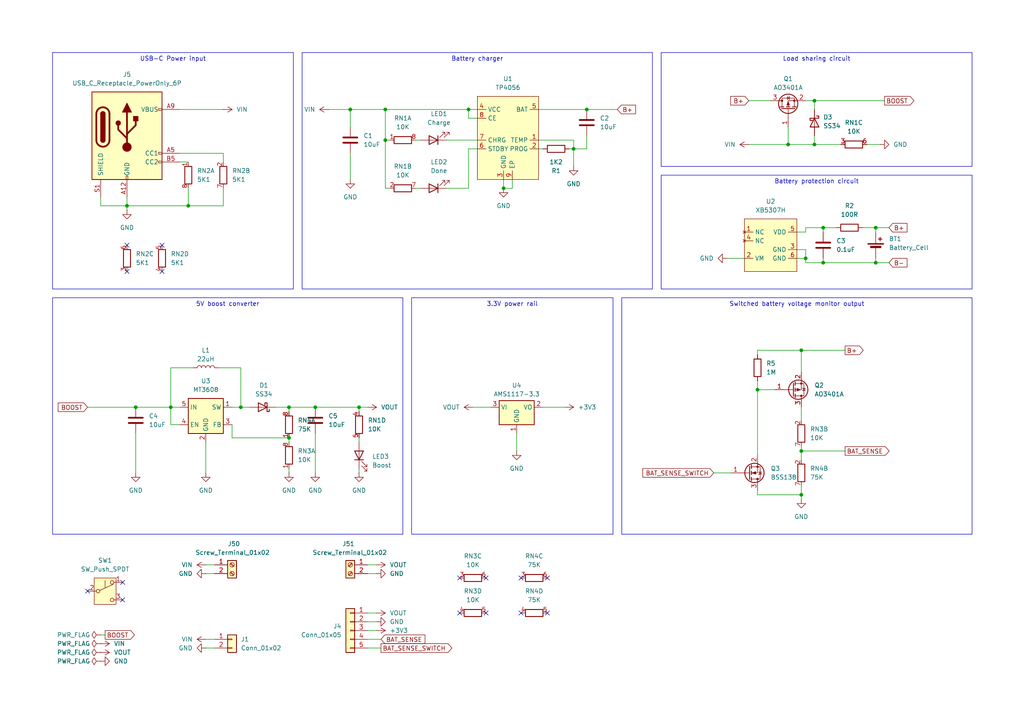
<source format=kicad_sch>
(kicad_sch (version 20231120) (generator "eeschema") (generator_version "8.0")
  (paper "A4")
  (lib_symbols
    (symbol "Connector:Screw_Terminal_01x02" (pin_names (offset 1.016) hide)
      (property "Reference" "J" (at 0 2.54 0))
      (property "Value" "Screw_Terminal_01x02" (at 0 -5.08 0))
      (symbol "Screw_Terminal_01x02_1_1"
        (pin passive line (at -5.08 0 0) (length 3.81) (name "Pin_1") (number "1"))
        (pin passive line (at -5.08 -2.54 0) (length 3.81) (name "Pin_2") (number "2"))
      )
    )
    (symbol "Connector:USB_C_Receptacle_PowerOnly_6P" (pin_names (offset 1.016))
      (property "Reference" "J" (at 0 16.51 0))
      (property "Value" "USB_C_Receptacle_PowerOnly_6P" (at 0 13.97 0))
      (symbol "USB_C_Receptacle_PowerOnly_6P_1_1"
        (pin passive line (at 0 -17.78 90) (length 5.08) (name "GND") (number "A12"))
        (pin bidirectional line (at 15.24 -5.08 180) (length 5.08) (name "CC1") (number "A5"))
        (pin passive line (at 15.24 7.62 180) (length 5.08) (name "VBUS") (number "A9"))
        (pin passive line (at 0 -17.78 90) (length 5.08) hide (name "GND") (number "B12"))
        (pin bidirectional line (at 15.24 -7.62 180) (length 5.08) (name "CC2") (number "B5"))
        (pin passive line (at 15.24 7.62 180) (length 5.08) hide (name "VBUS") (number "B9"))
        (pin passive line (at -7.62 -17.78 90) (length 5.08) (name "SHIELD") (number "S1"))
      )
    )
    (symbol "Connector_Generic:Conn_01x02" (pin_names (offset 1.016) hide)
      (property "Reference" "J" (at 0 2.54 0))
      (property "Value" "Conn_01x02" (at 0 -5.08 0))
      (symbol "Conn_01x02_1_1"
        (pin passive line (at -5.08 0 0) (length 3.81) (name "Pin_1") (number "1"))
        (pin passive line (at -5.08 -2.54 0) (length 3.81) (name "Pin_2") (number "2"))
      )
    )
    (symbol "Connector_Generic:Conn_01x05" (pin_names (offset 1.016) hide)
      (property "Reference" "J" (at 0 7.62 0))
      (property "Value" "Conn_01x05" (at 0 -7.62 0))
      (symbol "Conn_01x05_1_1"
        (pin passive line (at -5.08 5.08 0) (length 3.81) (name "Pin_1") (number "1"))
        (pin passive line (at -5.08 2.54 0) (length 3.81) (name "Pin_2") (number "2"))
        (pin passive line (at -5.08 0 0) (length 3.81) (name "Pin_3") (number "3"))
        (pin passive line (at -5.08 -2.54 0) (length 3.81) (name "Pin_4") (number "4"))
        (pin passive line (at -5.08 -5.08 0) (length 3.81) (name "Pin_5") (number "5"))
      )
    )
    (symbol "Device:Battery_Cell" (pin_numbers hide) (pin_names (offset 0) hide)
      (property "Reference" "BT" (at 2.54 2.54 0))
      (property "Value" "Battery_Cell" (at 2.54 0 0))
      (symbol "Battery_Cell_1_1"
        (pin passive line (at 0 5.08 270) (length 2.54) (name "+") (number "1"))
        (pin passive line (at 0 -2.54 90) (length 2.54) (name "-") (number "2"))
      )
    )
    (symbol "Device:C" (pin_numbers hide) (pin_names (offset 0.254))
      (property "Reference" "C" (at 0.635 2.54 0))
      (property "Value" "C" (at 0.635 -2.54 0))
      (symbol "C_1_1"
        (pin passive line (at 0 3.81 270) (length 2.794) (name "~") (number "1"))
        (pin passive line (at 0 -3.81 90) (length 2.794) (name "~") (number "2"))
      )
    )
    (symbol "Device:L" (pin_numbers hide) (pin_names (offset 1.016) hide)
      (property "Reference" "L" (at -1.27 0 90))
      (property "Value" "L" (at 1.905 0 90))
      (symbol "L_1_1"
        (pin passive line (at 0 3.81 270) (length 1.27) (name "1") (number "1"))
        (pin passive line (at 0 -3.81 90) (length 1.27) (name "2") (number "2"))
      )
    )
    (symbol "Device:LED" (pin_numbers hide) (pin_names (offset 1.016) hide)
      (property "Reference" "D" (at 0 2.54 0))
      (property "Value" "LED" (at 0 -2.54 0))
      (symbol "LED_1_1"
        (pin passive line (at -3.81 0 0) (length 2.54) (name "K") (number "1"))
        (pin passive line (at 3.81 0 180) (length 2.54) (name "A") (number "2"))
      )
    )
    (symbol "Device:R" (pin_numbers hide) (pin_names (offset 0))
      (property "Reference" "R" (at 2.032 0 90))
      (property "Value" "R" (at 0 0 90))
      (symbol "R_1_1"
        (pin passive line (at 0 3.81 270) (length 1.27) (name "~") (number "1"))
        (pin passive line (at 0 -3.81 90) (length 1.27) (name "~") (number "2"))
      )
    )
    (symbol "Device:R_Pack04_Split" (pin_names (offset 0) hide)
      (property "Reference" "RN" (at 2.032 0 90))
      (property "Value" "R_Pack04_Split" (at 0 0 90))
      (symbol "R_Pack04_Split_1_1"
        (pin passive line (at 0 -3.81 90) (length 1.27) (name "R1.1") (number "1"))
        (pin passive line (at 0 3.81 270) (length 1.27) (name "R1.2") (number "8"))
      )
      (symbol "R_Pack04_Split_2_1"
        (pin passive line (at 0 -3.81 90) (length 1.27) (name "R2.1") (number "2"))
        (pin passive line (at 0 3.81 270) (length 1.27) (name "R2.2") (number "7"))
      )
      (symbol "R_Pack04_Split_3_1"
        (pin passive line (at 0 -3.81 90) (length 1.27) (name "R3.1") (number "3"))
        (pin passive line (at 0 3.81 270) (length 1.27) (name "R3.2") (number "6"))
      )
      (symbol "R_Pack04_Split_4_1"
        (pin passive line (at 0 -3.81 90) (length 1.27) (name "R4.1") (number "4"))
        (pin passive line (at 0 3.81 270) (length 1.27) (name "R4.2") (number "5"))
      )
    )
    (symbol "Diode:SS34" (pin_numbers hide) (pin_names (offset 1.016) hide)
      (property "Reference" "D" (at 0 2.54 0))
      (property "Value" "SS34" (at 0 -2.54 0))
      (symbol "SS34_1_1"
        (pin passive line (at -3.81 0 0) (length 2.54) (name "K") (number "1"))
        (pin passive line (at 3.81 0 180) (length 2.54) (name "A") (number "2"))
      )
    )
    (symbol "Regulator_Linear:AMS1117-3.3"
      (property "Reference" "U" (at -3.81 3.175 0))
      (property "Value" "AMS1117-3.3" (at 0 3.175 0))
      (symbol "AMS1117-3.3_1_1"
        (pin power_in line (at 0 -7.62 90) (length 2.54) (name "GND") (number "1"))
        (pin power_out line (at 7.62 0 180) (length 2.54) (name "VO") (number "2"))
        (pin power_in line (at -7.62 0 0) (length 2.54) (name "VI") (number "3"))
      )
    )
    (symbol "Regulator_Switching:MT3608"
      (property "Reference" "U" (at -2.54 8.89 0))
      (property "Value" "MT3608" (at -3.81 6.35 0))
      (symbol "MT3608_1_1"
        (pin passive line (at 7.62 2.54 180) (length 2.54) (name "SW") (number "1"))
        (pin power_in line (at 0 -7.62 90) (length 2.54) (name "GND") (number "2"))
        (pin input line (at 7.62 -2.54 180) (length 2.54) (name "FB") (number "3"))
        (pin input line (at -7.62 -2.54 0) (length 2.54) (name "EN") (number "4"))
        (pin power_in line (at -7.62 2.54 0) (length 2.54) (name "IN") (number "5"))
        (pin no_connect line (at 5.08 0 180) (length 2.54) hide (name "NC") (number "6"))
      )
    )
    (symbol "Switch:SW_Push_SPDT" (pin_names (offset 0) hide)
      (property "Reference" "SW" (at 0 5.08 0))
      (property "Value" "SW_Push_SPDT" (at 0 -5.08 0))
      (symbol "SW_Push_SPDT_1_1"
        (pin passive line (at 5.08 2.54 180) (length 2.54) (name "A") (number "1"))
        (pin passive line (at -5.08 0 0) (length 2.54) (name "B") (number "2"))
        (pin passive line (at 5.08 -2.54 180) (length 2.54) (name "C") (number "3"))
      )
    )
    (symbol "Transistor_FET:AO3401A" (pin_names hide)
      (property "Reference" "Q" (at 5.08 1.905 0))
      (property "Value" "AO3401A" (at 5.08 0 0))
      (symbol "AO3401A_1_1"
        (pin input line (at -5.08 0 0) (length 2.54) (name "G") (number "1"))
        (pin passive line (at 2.54 -5.08 90) (length 2.54) (name "S") (number "2"))
        (pin passive line (at 2.54 5.08 270) (length 2.54) (name "D") (number "3"))
      )
    )
    (symbol "Transistor_FET:BSS138" (pin_names hide)
      (property "Reference" "Q" (at 5.08 1.905 0))
      (property "Value" "BSS138" (at 5.08 0 0))
      (symbol "BSS138_1_1"
        (pin input line (at -5.08 0 0) (length 2.54) (name "G") (number "1"))
        (pin passive line (at 2.54 -5.08 90) (length 2.54) (name "S") (number "2"))
        (pin passive line (at 2.54 5.08 270) (length 2.54) (name "D") (number "3"))
      )
    )
    (symbol "microcontrol:TP4056"
      (property "Reference" "U" (at 0 0 0))
      (property "Value" "TP4056" (at 0 0 0))
      (symbol "TP4056_1_1"
        (pin input line (at 8.89 -3.81 180) (length 2.54) (name "TEMP") (number "1"))
        (pin input line (at 8.89 -6.35 180) (length 2.54) (name "PROG") (number "2"))
        (pin power_in line (at -1.27 -15.24 90) (length 2.54) (name "GND") (number "3"))
        (pin power_in line (at -8.89 5.08 0) (length 2.54) (name "VCC") (number "4"))
        (pin power_out line (at 8.89 5.08 180) (length 2.54) (name "BAT") (number "5"))
        (pin open_collector line (at -8.89 -6.35 0) (length 2.54) (name "STDBY") (number "6"))
        (pin open_collector line (at -8.89 -3.81 0) (length 2.54) (name "CHRG") (number "7"))
        (pin input line (at -8.89 2.54 0) (length 2.54) (name "CE") (number "8"))
        (pin power_in line (at 1.27 -15.24 90) (length 2.54) (name "EP") (number "9"))
      )
    )
    (symbol "microcontrol:XB5307H"
      (property "Reference" "U" (at 0 11.684 0))
      (property "Value" "XB5307H" (at 0 9.398 0))
      (symbol "XB5307H_1_1"
        (pin no_connect line (at -7.62 3.81 0) (length 2.54) (name "NC") (number "1"))
        (pin passive line (at -7.62 -3.81 0) (length 2.54) (name "VM") (number "2"))
        (pin passive line (at 7.62 -1.27 180) (length 2.54) (name "GND") (number "3"))
        (pin no_connect line (at -7.62 1.27 0) (length 2.54) (name "NC") (number "4"))
        (pin passive line (at 7.62 3.81 180) (length 2.54) (name "VDD") (number "5"))
        (pin passive line (at 7.62 -3.81 180) (length 2.54) (name "GND") (number "6"))
      )
    )
    (symbol "power:+5V" (power) (pin_numbers hide) (pin_names (offset 0) hide)
      (property "Value" "+5V" (at 0 3.556 0))
      (symbol "+5V_1_1"
        (pin power_in line (at 0 0 90) (length 0) (name "~") (number "1"))
      )
    )
    (symbol "power:GND" (power) (pin_numbers hide) (pin_names (offset 0) hide)
      (property "Value" "GND" (at 0 -3.81 0))
      (symbol "GND_1_1"
        (pin power_in line (at 0 0 270) (length 0) (name "~") (number "1"))
      )
    )
    (symbol "power:PWR_FLAG" (power) (pin_numbers hide) (pin_names (offset 0) hide)
      (property "Value" "PWR_FLAG" (at 0 3.81 0))
      (symbol "PWR_FLAG_0_0"
        (pin power_out line (at 0 0 90) (length 0) (name "~") (number "1"))
      )
    )
    (symbol "power:VCC" (power) (pin_numbers hide) (pin_names (offset 0) hide)
      (property "Value" "VCC" (at 0 3.556 0))
      (symbol "VCC_1_1"
        (pin power_in line (at 0 0 90) (length 0) (name "~") (number "1"))
      )
    )
  )
  (junction (at 219.71 113.03))
  (junction (at 236.22 29.21))
  (junction (at 49.53 118.11))
  (junction (at 232.41 101.6))
  (junction (at 111.76 40.64))
  (junction (at 104.14 118.11))
  (junction (at 170.18 31.75))
  (junction (at 232.41 143.51))
  (junction (at 101.6 31.75))
  (junction (at 146.05 54.61))
  (junction (at 69.85 118.11))
  (junction (at 83.82 118.11))
  (junction (at 166.37 43.18))
  (junction (at 236.22 41.91))
  (junction (at 254 66.04))
  (junction (at 238.76 76.2))
  (junction (at 111.76 31.75))
  (junction (at 238.76 66.04))
  (junction (at 254 76.2))
  (junction (at 39.37 118.11))
  (junction (at 91.44 118.11))
  (junction (at 232.41 130.81))
  (junction (at 135.89 31.75))
  (junction (at 54.61 59.69))
  (junction (at 228.6 41.91))
  (junction (at 233.68 74.93))
  (junction (at 36.83 59.69))
  (junction (at 83.82 127))
  (no_connect (at 25.4 171.45))
  (no_connect (at 151.13 167.64))
  (no_connect (at 133.35 167.64))
  (no_connect (at 46.99 78.74))
  (no_connect (at 133.35 177.8))
  (no_connect (at 35.56 168.91))
  (no_connect (at 46.99 71.12))
  (no_connect (at 158.75 167.64))
  (no_connect (at 158.75 177.8))
  (no_connect (at 151.13 177.8))
  (no_connect (at 35.56 173.99))
  (no_connect (at 140.97 177.8))
  (no_connect (at 36.83 71.12))
  (no_connect (at 140.97 167.64))
  (no_connect (at 36.83 78.74))
  (wire (pts (xy 52.07 123.19) (xy 49.53 123.19)))
  (wire (pts (xy 36.83 59.69) (xy 36.83 60.96)))
  (wire (pts (xy 69.85 106.68) (xy 69.85 118.11)))
  (wire (pts (xy 156.21 31.75) (xy 170.18 31.75)))
  (wire (pts (xy 106.68 166.37) (xy 109.22 166.37)))
  (wire (pts (xy 146.05 52.07) (xy 146.05 54.61)))
  (wire (pts (xy 104.14 127) (xy 104.14 128.27)))
  (wire (pts (xy 219.71 110.49) (xy 219.71 113.03)))
  (wire (pts (xy 149.86 125.73) (xy 149.86 130.81)))
  (wire (pts (xy 83.82 118.11) (xy 91.44 118.11)))
  (wire (pts (xy 29.21 184.15) (xy 30.48 184.15)))
  (wire (pts (xy 232.41 140.97) (xy 232.41 143.51)))
  (wire (pts (xy 245.11 130.81) (xy 232.41 130.81)))
  (wire (pts (xy 219.71 113.03) (xy 224.79 113.03)))
  (wire (pts (xy 111.76 40.64) (xy 113.03 40.64)))
  (wire (pts (xy 29.21 57.15) (xy 29.21 59.69)))
  (wire (pts (xy 80.01 118.11) (xy 83.82 118.11)))
  (wire (pts (xy 232.41 129.54) (xy 232.41 130.81)))
  (wire (pts (xy 228.6 36.83) (xy 228.6 41.91)))
  (wire (pts (xy 64.77 44.45) (xy 64.77 46.99)))
  (wire (pts (xy 64.77 59.69) (xy 54.61 59.69)))
  (wire (pts (xy 170.18 31.75) (xy 179.07 31.75)))
  (wire (pts (xy 69.85 118.11) (xy 67.31 118.11)))
  (wire (pts (xy 148.59 54.61) (xy 148.59 52.07)))
  (wire (pts (xy 233.68 66.04) (xy 238.76 66.04)))
  (wire (pts (xy 156.21 40.64) (xy 166.37 40.64)))
  (wire (pts (xy 217.17 29.21) (xy 223.52 29.21)))
  (wire (pts (xy 91.44 118.11) (xy 104.14 118.11)))
  (wire (pts (xy 233.68 74.93) (xy 233.68 72.39)))
  (wire (pts (xy 101.6 44.45) (xy 101.6 52.07)))
  (wire (pts (xy 166.37 43.18) (xy 166.37 40.64)))
  (wire (pts (xy 232.41 130.81) (xy 232.41 133.35)))
  (wire (pts (xy 62.23 166.37) (xy 59.69 166.37)))
  (wire (pts (xy 111.76 31.75) (xy 135.89 31.75)))
  (wire (pts (xy 62.23 185.42) (xy 59.69 185.42)))
  (wire (pts (xy 137.16 118.11) (xy 142.24 118.11)))
  (wire (pts (xy 83.82 127) (xy 83.82 128.27)))
  (wire (pts (xy 111.76 31.75) (xy 111.76 40.64)))
  (wire (pts (xy 129.54 54.61) (xy 135.89 54.61)))
  (wire (pts (xy 91.44 125.73) (xy 91.44 137.16)))
  (wire (pts (xy 83.82 118.11) (xy 83.82 119.38)))
  (wire (pts (xy 106.68 163.83) (xy 109.22 163.83)))
  (wire (pts (xy 39.37 118.11) (xy 49.53 118.11)))
  (wire (pts (xy 242.57 66.04) (xy 238.76 66.04)))
  (wire (pts (xy 219.71 142.24) (xy 219.71 143.51)))
  (wire (pts (xy 236.22 41.91) (xy 228.6 41.91)))
  (wire (pts (xy 120.65 40.64) (xy 121.92 40.64)))
  (wire (pts (xy 104.14 135.89) (xy 104.14 137.16)))
  (wire (pts (xy 135.89 43.18) (xy 138.43 43.18)))
  (wire (pts (xy 233.68 66.04) (xy 233.68 67.31)))
  (wire (pts (xy 254 76.2) (xy 257.81 76.2)))
  (wire (pts (xy 170.18 39.37) (xy 170.18 43.18)))
  (wire (pts (xy 49.53 106.68) (xy 49.53 118.11)))
  (wire (pts (xy 62.23 163.83) (xy 59.69 163.83)))
  (wire (pts (xy 135.89 54.61) (xy 135.89 43.18)))
  (wire (pts (xy 245.11 101.6) (xy 232.41 101.6)))
  (wire (pts (xy 101.6 31.75) (xy 111.76 31.75)))
  (wire (pts (xy 146.05 54.61) (xy 148.59 54.61)))
  (wire (pts (xy 106.68 177.8) (xy 109.22 177.8)))
  (wire (pts (xy 135.89 31.75) (xy 135.89 34.29)))
  (wire (pts (xy 232.41 118.11) (xy 232.41 121.92)))
  (wire (pts (xy 217.17 41.91) (xy 228.6 41.91)))
  (wire (pts (xy 233.68 76.2) (xy 233.68 74.93)))
  (wire (pts (xy 52.07 31.75) (xy 64.77 31.75)))
  (wire (pts (xy 36.83 57.15) (xy 36.83 59.69)))
  (wire (pts (xy 52.07 44.45) (xy 64.77 44.45)))
  (wire (pts (xy 157.48 118.11) (xy 163.83 118.11)))
  (wire (pts (xy 219.71 113.03) (xy 219.71 132.08)))
  (wire (pts (xy 29.21 59.69) (xy 36.83 59.69)))
  (wire (pts (xy 156.21 43.18) (xy 157.48 43.18)))
  (wire (pts (xy 219.71 101.6) (xy 232.41 101.6)))
  (wire (pts (xy 236.22 39.37) (xy 236.22 41.91)))
  (wire (pts (xy 231.14 74.93) (xy 233.68 74.93)))
  (wire (pts (xy 64.77 54.61) (xy 64.77 59.69)))
  (wire (pts (xy 52.07 46.99) (xy 54.61 46.99)))
  (wire (pts (xy 106.68 187.96) (xy 110.49 187.96)))
  (wire (pts (xy 54.61 54.61) (xy 54.61 59.69)))
  (wire (pts (xy 67.31 123.19) (xy 67.31 127)))
  (wire (pts (xy 254 66.04) (xy 254 67.31)))
  (wire (pts (xy 62.23 187.96) (xy 59.69 187.96)))
  (wire (pts (xy 166.37 43.18) (xy 166.37 48.26)))
  (wire (pts (xy 104.14 118.11) (xy 106.68 118.11)))
  (wire (pts (xy 238.76 74.93) (xy 238.76 76.2)))
  (wire (pts (xy 49.53 123.19) (xy 49.53 118.11)))
  (wire (pts (xy 238.76 76.2) (xy 254 76.2)))
  (wire (pts (xy 251.46 41.91) (xy 255.27 41.91)))
  (wire (pts (xy 219.71 143.51) (xy 232.41 143.51)))
  (wire (pts (xy 231.14 72.39) (xy 233.68 72.39)))
  (wire (pts (xy 238.76 66.04) (xy 238.76 67.31)))
  (wire (pts (xy 138.43 31.75) (xy 135.89 31.75)))
  (wire (pts (xy 55.88 106.68) (xy 49.53 106.68)))
  (wire (pts (xy 236.22 29.21) (xy 236.22 31.75)))
  (wire (pts (xy 254 76.2) (xy 254 74.93)))
  (wire (pts (xy 207.01 137.16) (xy 212.09 137.16)))
  (wire (pts (xy 210.82 74.93) (xy 215.9 74.93)))
  (wire (pts (xy 233.68 29.21) (xy 236.22 29.21)))
  (wire (pts (xy 165.1 43.18) (xy 166.37 43.18)))
  (wire (pts (xy 83.82 137.16) (xy 83.82 135.89)))
  (wire (pts (xy 111.76 54.61) (xy 111.76 40.64)))
  (wire (pts (xy 219.71 102.87) (xy 219.71 101.6)))
  (wire (pts (xy 106.68 180.34) (xy 109.22 180.34)))
  (wire (pts (xy 250.19 66.04) (xy 254 66.04)))
  (wire (pts (xy 63.5 106.68) (xy 69.85 106.68)))
  (wire (pts (xy 25.4 118.11) (xy 39.37 118.11)))
  (wire (pts (xy 49.53 118.11) (xy 52.07 118.11)))
  (wire (pts (xy 39.37 125.73) (xy 39.37 137.16)))
  (wire (pts (xy 101.6 31.75) (xy 101.6 36.83)))
  (wire (pts (xy 236.22 29.21) (xy 256.54 29.21)))
  (wire (pts (xy 59.69 128.27) (xy 59.69 137.16)))
  (wire (pts (xy 135.89 34.29) (xy 138.43 34.29)))
  (wire (pts (xy 113.03 54.61) (xy 111.76 54.61)))
  (wire (pts (xy 67.31 127) (xy 83.82 127)))
  (wire (pts (xy 233.68 76.2) (xy 238.76 76.2)))
  (wire (pts (xy 54.61 59.69) (xy 36.83 59.69)))
  (wire (pts (xy 104.14 118.11) (xy 104.14 119.38)))
  (wire (pts (xy 232.41 101.6) (xy 232.41 107.95)))
  (wire (pts (xy 106.68 182.88) (xy 109.22 182.88)))
  (wire (pts (xy 232.41 143.51) (xy 232.41 144.78)))
  (wire (pts (xy 129.54 40.64) (xy 138.43 40.64)))
  (wire (pts (xy 170.18 43.18) (xy 166.37 43.18)))
  (wire (pts (xy 254 66.04) (xy 257.81 66.04)))
  (wire (pts (xy 120.65 54.61) (xy 121.92 54.61)))
  (wire (pts (xy 69.85 118.11) (xy 72.39 118.11)))
  (wire (pts (xy 236.22 41.91) (xy 243.84 41.91)))
  (wire (pts (xy 95.25 31.75) (xy 101.6 31.75)))
  (wire (pts (xy 106.68 185.42) (xy 110.49 185.42)))
  (wire (pts (xy 231.14 67.31) (xy 233.68 67.31)))
  (text_box "3.3V power rail" (at 119.38 86.36 0) (size 58.42 68.58) (effects (font (size 1.27 1.27)) (justify top)))
  (text_box "Switched battery voltage monitor output" (at 180.34 86.36 0) (size 101.6 68.58) (effects (font (size 1.27 1.27)) (justify top)))
  (text_box "Battery protection circuit" (at 191.77 50.8 0) (size 90.17 33.02) (effects (font (size 1.27 1.27)) (justify top)))
  (text_box "USB-C Power input" (at 15.24 15.24 0) (size 69.85 68.58) (effects (font (size 1.27 1.27)) (justify top)))
  (text_box "Load sharing circuit" (at 191.77 15.24 0) (size 90.17 33.02) (effects (font (size 1.27 1.27)) (justify top)))
  (text_box "5V boost converter\n" (at 15.24 86.36 0) (size 101.6 68.58) (effects (font (size 1.27 1.27)) (justify top)))
  (text_box "Battery charger" (at 87.63 15.24 0) (size 101.6 68.58) (effects (font (size 1.27 1.27)) (justify top)))
  (global_label "BOOST" (shape output) (at 30.48 184.15 0) (property "Intersheetrefs" "${INTERSHEET_REFS}" (effects (hide yes))))
  (global_label "BAT_SENSE" (shape output) (at 245.11 130.81 0) (property "Intersheetrefs" "${INTERSHEET_REFS}" (effects (hide yes))))
  (global_label "BOOST" (shape output) (at 256.54 29.21 0) (property "Intersheetrefs" "${INTERSHEET_REFS}" (effects (hide yes))))
  (global_label "BAT_SENSE" (shape input) (at 110.49 185.42 0) (property "Intersheetrefs" "${INTERSHEET_REFS}" (effects (hide yes))))
  (global_label "BOOST" (shape input) (at 25.4 118.11 180) (property "Intersheetrefs" "${INTERSHEET_REFS}" (effects (hide yes))))
  (global_label "B+" (shape input) (at 179.07 31.75 0) (property "Intersheetrefs" "${INTERSHEET_REFS}" (effects (hide yes))))
  (global_label "BAT_SENSE_SWITCH" (shape output) (at 110.49 187.96 0) (property "Intersheetrefs" "${INTERSHEET_REFS}" (effects (hide yes))))
  (global_label "B+" (shape input) (at 257.81 66.04 0) (property "Intersheetrefs" "${INTERSHEET_REFS}" (effects (hide yes))))
  (global_label "B-" (shape input) (at 257.81 76.2 0) (property "Intersheetrefs" "${INTERSHEET_REFS}" (effects (hide yes))))
  (global_label "B+" (shape input) (at 217.17 29.21 180) (property "Intersheetrefs" "${INTERSHEET_REFS}" (effects (hide yes))))
  (global_label "B+" (shape output) (at 245.11 101.6 0) (property "Intersheetrefs" "${INTERSHEET_REFS}" (effects (hide yes))))
  (global_label "BAT_SENSE_SWITCH" (shape input) (at 207.01 137.16 180) (property "Intersheetrefs" "${INTERSHEET_REFS}" (effects (hide yes))))
  (symbol (lib_id "power:+5V") (at 106.68 118.11 270) (unit 1)
    (property "Reference" "#PWR023" (effects (hide yes)))
    (property "Value" "VOUT" (at 110.49 118.1099 90) (effects (justify left)))
    (property "Description" "Power symbol creates a global label with name \"+5V\"" (effects (hide yes)))
  )
  (symbol (lib_id "Device:R_Pack04_Split") (at 154.94 177.8 270) (unit 4)
    (property "Reference" "RN4" (at 154.94 171.45 90))
    (property "Value" "75K" (at 154.94 173.99 90))
    (property "Footprint" "Resistor_SMD:R_Array_Convex_4x0603" (effects (hide yes)))
    (property "Description" "4 resistor network, parallel topology, split" (effects (hide yes)))
    (property "Sim.Device" "R" (effects (hide yes)))
    (property "Sim.Pins" "1=+ 2=-" (effects (hide yes)))
    (property "Sim.Params" "r=5.1K" (effects (hide yes)))
  )
  (symbol (lib_id "Switch:SW_Push_SPDT") (at 30.48 171.45 0) (unit 1) (in_bom no) (on_board no)
    (property "Reference" "SW1" (at 30.48 162.56 0))
    (property "Value" "SW_Push_SPDT" (at 30.48 165.1 0))
    (property "Footprint" "Button_Switch_THT:SW_CK_JS202011CQN_DPDT_Straight" (effects (hide yes)))
    (property "Description" "Momentary Switch, single pole double throw" (effects (hide yes)))
  )
  (symbol (lib_id "power:GND") (at 91.44 137.16 0) (unit 1)
    (property "Reference" "#PWR024" (effects (hide yes)))
    (property "Value" "GND" (at 91.44 142.24 0))
    (property "Description" "Power symbol creates a global label with name \"GND\" , ground" (effects (hide yes)))
  )
  (symbol (lib_id "Device:R_Pack04_Split") (at 54.61 50.8 180) (unit 1)
    (property "Reference" "RN2" (at 57.15 49.5299 0) (effects (justify right)))
    (property "Value" "5K1" (at 57.15 52.0699 0) (effects (justify right)))
    (property "Footprint" "Resistor_SMD:R_Array_Convex_4x0603" (effects (hide yes)))
    (property "Description" "4 resistor network, parallel topology, split" (effects (hide yes)))
    (property "Sim.Device" "R" (effects (hide yes)))
    (property "Sim.Pins" "1=+ 2=-" (effects (hide yes)))
    (property "Sim.Params" "r=5.1K" (effects (hide yes)))
  )
  (symbol (lib_id "Device:R_Pack04_Split") (at 232.41 137.16 180) (unit 2)
    (property "Reference" "RN4" (at 234.95 135.8899 0) (effects (justify right)))
    (property "Value" "75K" (at 234.95 138.4299 0) (effects (justify right)))
    (property "Footprint" "Resistor_SMD:R_Array_Convex_4x0603" (effects (hide yes)))
    (property "Description" "4 resistor network, parallel topology, split" (effects (hide yes)))
    (property "Sim.Device" "R" (effects (hide yes)))
    (property "Sim.Pins" "1=+ 2=-" (effects (hide yes)))
    (property "Sim.Params" "r=5.1K" (effects (hide yes)))
  )
  (symbol (lib_id "Device:C") (at 91.44 121.92 0) (unit 1)
    (property "Reference" "C5" (at 95.25 120.6499 0) (effects (justify left)))
    (property "Value" "10uF" (at 95.25 123.1899 0) (effects (justify left)))
    (property "Footprint" "Capacitor_SMD:C_0805_2012Metric_Pad1.18x1.45mm_HandSolder" (effects (hide yes)))
    (property "Description" "Unpolarized capacitor" (effects (hide yes)))
  )
  (symbol (lib_id "power:GND") (at 59.69 166.37 270) (unit 1)
    (property "Reference" "#PWR07" (effects (hide yes)))
    (property "Value" "GND" (at 55.88 166.3701 90) (effects (justify right)))
    (property "Description" "Power symbol creates a global label with name \"GND\" , ground" (effects (hide yes)))
  )
  (symbol (lib_id "power:GND") (at 232.41 144.78 0) (unit 1)
    (property "Reference" "#PWR026" (effects (hide yes)))
    (property "Value" "GND" (at 232.41 149.86 0))
    (property "Description" "Power symbol creates a global label with name \"GND\" , ground" (effects (hide yes)))
  )
  (symbol (lib_id "Device:C") (at 39.37 121.92 0) (unit 1)
    (property "Reference" "C4" (at 43.18 120.6499 0) (effects (justify left)))
    (property "Value" "10uF" (at 43.18 123.1899 0) (effects (justify left)))
    (property "Footprint" "Capacitor_SMD:C_0805_2012Metric_Pad1.18x1.45mm_HandSolder" (effects (hide yes)))
    (property "Description" "Unpolarized capacitor" (effects (hide yes)))
  )
  (symbol (lib_id "Diode:SS34") (at 76.2 118.11 180) (unit 1)
    (property "Reference" "D1" (at 76.5175 111.76 0))
    (property "Value" "SS34" (at 76.5175 114.3 0))
    (property "Footprint" "Diode_SMD:D_SMA" (effects (hide yes)))
    (property "Datasheet" "https://www.vishay.com/docs/88751/ss32.pdf" (effects (hide yes)))
    (property "Description" "40V 3A Schottky Diode, SMA" (effects (hide yes)))
  )
  (symbol (lib_id "Device:R_Pack04_Split") (at 83.82 123.19 0) (unit 1)
    (property "Reference" "RN4" (at 86.36 121.9199 0) (effects (justify left)))
    (property "Value" "75K" (at 86.36 124.4599 0) (effects (justify left)))
    (property "Footprint" "Resistor_SMD:R_Array_Convex_4x0603" (effects (hide yes)))
    (property "Description" "4 resistor network, parallel topology, split" (effects (hide yes)))
    (property "Sim.Device" "R" (effects (hide yes)))
    (property "Sim.Pins" "1=+ 2=-" (effects (hide yes)))
    (property "Sim.Params" "r=5.1K" (effects (hide yes)))
  )
  (symbol (lib_id "Diode:SS34") (at 236.22 35.56 270) (unit 1)
    (property "Reference" "D3" (at 238.76 33.9724 90) (effects (justify left)))
    (property "Value" "SS34" (at 238.76 36.5124 90) (effects (justify left)))
    (property "Footprint" "Diode_SMD:D_SMA" (effects (hide yes)))
    (property "Datasheet" "https://www.vishay.com/docs/88751/ss32.pdf" (effects (hide yes)))
    (property "Description" "40V 3A Schottky Diode, SMA" (effects (hide yes)))
  )
  (symbol (lib_id "Connector_Generic:Conn_01x05") (at 101.6 182.88 0) (mirror y) (unit 1)
    (property "Reference" "J4" (at 99.06 181.6099 0) (effects (justify left)))
    (property "Value" "Conn_01x05" (at 99.06 184.1499 0) (effects (justify left)))
    (property "Footprint" "Connector_PinHeader_2.54mm:PinHeader_1x05_P2.54mm_Vertical" (effects (hide yes)))
    (property "Description" "Generic connector, single row, 01x05, script generated (kicad-library-utils/schlib/autogen/connector/)" (effects (hide yes)))
  )
  (symbol (lib_id "power:GND") (at 83.82 137.16 0) (unit 1)
    (property "Reference" "#PWR025" (effects (hide yes)))
    (property "Value" "GND" (at 83.82 142.24 0))
    (property "Description" "Power symbol creates a global label with name \"GND\" , ground" (effects (hide yes)))
  )
  (symbol (lib_id "power:GND") (at 109.22 180.34 90) (unit 1)
    (property "Reference" "#PWR012" (effects (hide yes)))
    (property "Value" "GND" (at 113.03 180.3399 90) (effects (justify right)))
    (property "Description" "Power symbol creates a global label with name \"GND\" , ground" (effects (hide yes)))
  )
  (symbol (lib_id "Device:L") (at 59.69 106.68 90) (unit 1)
    (property "Reference" "L1" (at 59.69 101.6 90))
    (property "Value" "22uH" (at 59.69 104.14 90))
    (property "Footprint" "Inductor_SMD:L_Bourns_SRP5030T" (effects (hide yes)))
    (property "Description" "Inductor" (effects (hide yes)))
  )
  (symbol (lib_id "Connector:Screw_Terminal_01x02") (at 101.6 163.83 0) (mirror y) (unit 1) (in_bom no) (on_board no)
    (property "Reference" "J51" (at 102.87 157.734 0) (effects (justify left)))
    (property "Value" "Screw_Terminal_01x02" (at 112.268 160.274 0) (effects (justify left)))
    (property "Footprint" "TerminalBlock_Phoenix:TerminalBlock_Phoenix_MKDS-1,5-2-5.08_1x02_P5.08mm_Horizontal" (effects (hide yes)))
    (property "Description" "Generic screw terminal, single row, 01x02, script generated (kicad-library-utils/schlib/autogen/connector/)" (effects (hide yes)))
  )
  (symbol (lib_id "Device:C") (at 238.76 71.12 180) (unit 1)
    (property "Reference" "C3" (at 242.57 69.8499 0) (effects (justify right)))
    (property "Value" "0.1uF" (at 242.57 72.3899 0) (effects (justify right)))
    (property "Footprint" "Capacitor_SMD:C_0805_2012Metric_Pad1.18x1.45mm_HandSolder" (effects (hide yes)))
    (property "Description" "Unpolarized capacitor" (effects (hide yes)))
  )
  (symbol (lib_id "power:VCC") (at 29.21 186.69 270) (unit 1)
    (property "Reference" "#PWR01" (effects (hide yes)))
    (property "Value" "VIN" (at 33.02 186.69 90) (effects (justify left)))
    (property "Description" "Power symbol creates a global label with name \"VCC\"" (effects (hide yes)))
  )
  (symbol (lib_id "Device:R") (at 219.71 106.68 180) (unit 1)
    (property "Reference" "R5" (at 222.25 105.4099 0) (effects (justify right)))
    (property "Value" "1M" (at 222.25 107.9499 0) (effects (justify right)))
    (property "Footprint" "Resistor_SMD:R_0805_2012Metric_Pad1.20x1.40mm_HandSolder" (effects (hide yes)))
    (property "Description" "Resistor" (effects (hide yes)))
  )
  (symbol (lib_id "power:GND") (at 255.27 41.91 90) (unit 1)
    (property "Reference" "#PWR019" (effects (hide yes)))
    (property "Value" "GND" (at 259.08 41.9099 90) (effects (justify right)))
    (property "Description" "Power symbol creates a global label with name \"GND\" , ground" (effects (hide yes)))
  )
  (symbol (lib_id "Device:R_Pack04_Split") (at 232.41 125.73 180) (unit 2)
    (property "Reference" "RN3" (at 234.95 124.4599 0) (effects (justify right)))
    (property "Value" "10K" (at 234.95 126.9999 0) (effects (justify right)))
    (property "Footprint" "Resistor_SMD:R_Array_Convex_4x0603" (effects (hide yes)))
    (property "Description" "4 resistor network, parallel topology, split" (effects (hide yes)))
    (property "Sim.Device" "R" (effects (hide yes)))
    (property "Sim.Pins" "1=+ 2=-" (effects (hide yes)))
    (property "Sim.Params" "r=10K" (effects (hide yes)))
  )
  (symbol (lib_id "power:VCC") (at 64.77 31.75 270) (unit 1)
    (property "Reference" "#PWR017" (effects (hide yes)))
    (property "Value" "VIN" (at 68.58 31.7499 90) (effects (justify left)))
    (property "Description" "Power symbol creates a global label with name \"VCC\"" (effects (hide yes)))
  )
  (symbol (lib_id "Device:R_Pack04_Split") (at 137.16 177.8 270) (unit 4)
    (property "Reference" "RN3" (at 137.16 171.45 90))
    (property "Value" "10K" (at 137.16 173.99 90))
    (property "Footprint" "Resistor_SMD:R_Array_Convex_4x0603" (effects (hide yes)))
    (property "Description" "4 resistor network, parallel topology, split" (effects (hide yes)))
    (property "Sim.Device" "R" (effects (hide yes)))
    (property "Sim.Pins" "1=+ 2=-" (effects (hide yes)))
    (property "Sim.Params" "r=10K" (effects (hide yes)))
  )
  (symbol (lib_id "Device:R_Pack04_Split") (at 154.94 167.64 270) (unit 3)
    (property "Reference" "RN4" (at 154.94 161.29 90))
    (property "Value" "75K" (at 154.94 163.83 90))
    (property "Footprint" "Resistor_SMD:R_Array_Convex_4x0603" (effects (hide yes)))
    (property "Description" "4 resistor network, parallel topology, split" (effects (hide yes)))
    (property "Sim.Device" "R" (effects (hide yes)))
    (property "Sim.Pins" "1=+ 2=-" (effects (hide yes)))
    (property "Sim.Params" "r=5.1K" (effects (hide yes)))
  )
  (symbol (lib_id "power:GND") (at 101.6 52.07 0) (unit 1)
    (property "Reference" "#PWR014" (effects (hide yes)))
    (property "Value" "GND" (at 101.6 57.15 0))
    (property "Description" "Power symbol creates a global label with name \"GND\" , ground" (effects (hide yes)))
  )
  (symbol (lib_id "microcontrol:XB5307H") (at 223.52 71.12 0) (unit 1)
    (property "Reference" "U2" (at 223.52 58.42 0))
    (property "Value" "XB5307H" (at 223.52 60.96 0))
    (property "Footprint" "Package_TO_SOT_SMD:SOT-23-6" (effects (hide yes)))
  )
  (symbol (lib_id "Transistor_FET:BSS138") (at 217.17 137.16 0) (mirror x) (unit 1)
    (property "Reference" "Q3" (at 223.52 135.8899 0) (effects (justify left)))
    (property "Value" "BSS138" (at 223.52 138.4299 0) (effects (justify left)))
    (property "Footprint" "Package_TO_SOT_SMD:SOT-23" (effects (hide yes)))
    (property "Datasheet" "https://www.onsemi.com/pub/Collateral/BSS138-D.PDF" (effects (hide yes)))
    (property "Description" "50V Vds, 0.22A Id, N-Channel MOSFET, SOT-23" (effects (hide yes)))
  )
  (symbol (lib_id "power:GND") (at 104.14 137.16 0) (unit 1)
    (property "Reference" "#PWR029" (effects (hide yes)))
    (property "Value" "GND" (at 104.14 142.24 0))
    (property "Description" "Power symbol creates a global label with name \"GND\" , ground" (effects (hide yes)))
  )
  (symbol (lib_id "Device:R") (at 161.29 43.18 270) (mirror x) (unit 1)
    (property "Reference" "R1" (at 161.29 49.53 90))
    (property "Value" "1K2" (at 161.29 46.99 90))
    (property "Footprint" "Resistor_SMD:R_0805_2012Metric_Pad1.20x1.40mm_HandSolder" (effects (hide yes)))
    (property "Description" "Resistor" (effects (hide yes)))
  )
  (symbol (lib_id "Transistor_FET:AO3401A") (at 228.6 31.75 90) (unit 1)
    (property "Reference" "Q1" (at 228.6 22.86 90))
    (property "Value" "AO3401A" (at 228.6 25.4 90))
    (property "Footprint" "Package_TO_SOT_SMD:SOT-23" (effects (hide yes)))
    (property "Datasheet" "http://www.aosmd.com/pdfs/datasheet/AO3401A.pdf" (effects (hide yes)))
    (property "Description" "-4.0A Id, -30V Vds, P-Channel MOSFET, SOT-23" (effects (hide yes)))
  )
  (symbol (lib_id "power:GND") (at 109.22 166.37 90) (unit 1)
    (property "Reference" "#PWR09" (effects (hide yes)))
    (property "Value" "GND" (at 113.03 166.3699 90) (effects (justify right)))
    (property "Description" "Power symbol creates a global label with name \"GND\" , ground" (effects (hide yes)))
  )
  (symbol (lib_id "Connector:Screw_Terminal_01x02") (at 67.31 163.83 0) (unit 1) (in_bom no) (on_board no)
    (property "Reference" "J50" (at 66.04 157.734 0) (effects (justify left)))
    (property "Value" "Screw_Terminal_01x02" (at 56.642 160.274 0) (effects (justify left)))
    (property "Footprint" "TerminalBlock_Phoenix:TerminalBlock_Phoenix_MKDS-1,5-2-5.08_1x02_P5.08mm_Horizontal" (effects (hide yes)))
    (property "Description" "Generic screw terminal, single row, 01x02, script generated (kicad-library-utils/schlib/autogen/connector/)" (effects (hide yes)))
  )
  (symbol (lib_id "Device:R_Pack04_Split") (at 83.82 132.08 0) (unit 1)
    (property "Reference" "RN3" (at 86.36 130.8099 0) (effects (justify left)))
    (property "Value" "10K" (at 86.36 133.3499 0) (effects (justify left)))
    (property "Footprint" "Resistor_SMD:R_Array_Convex_4x0603" (effects (hide yes)))
    (property "Description" "4 resistor network, parallel topology, split" (effects (hide yes)))
    (property "Sim.Device" "R" (effects (hide yes)))
    (property "Sim.Pins" "1=+ 2=-" (effects (hide yes)))
    (property "Sim.Params" "r=10K" (effects (hide yes)))
  )
  (symbol (lib_id "power:GND") (at 146.05 54.61 0) (unit 1)
    (property "Reference" "#PWR013" (effects (hide yes)))
    (property "Value" "GND" (at 146.05 59.69 0))
    (property "Description" "Power symbol creates a global label with name \"GND\" , ground" (effects (hide yes)))
  )
  (symbol (lib_id "Device:R_Pack04_Split") (at 137.16 167.64 270) (unit 3)
    (property "Reference" "RN3" (at 137.16 161.29 90))
    (property "Value" "10K" (at 137.16 163.83 90))
    (property "Footprint" "Resistor_SMD:R_Array_Convex_4x0603" (effects (hide yes)))
    (property "Description" "4 resistor network, parallel topology, split" (effects (hide yes)))
    (property "Sim.Device" "R" (effects (hide yes)))
    (property "Sim.Pins" "1=+ 2=-" (effects (hide yes)))
    (property "Sim.Params" "r=10K" (effects (hide yes)))
  )
  (symbol (lib_id "Device:R_Pack04_Split") (at 247.65 41.91 270) (unit 3)
    (property "Reference" "RN1" (at 247.65 35.56 90))
    (property "Value" "10K" (at 247.65 38.1 90))
    (property "Footprint" "Resistor_SMD:R_Array_Convex_4x0603" (effects (hide yes)))
    (property "Description" "4 resistor network, parallel topology, split" (effects (hide yes)))
    (property "Sim.Device" "R" (effects (hide yes)))
    (property "Sim.Pins" "1=+ 2=-" (effects (hide yes)))
    (property "Sim.Params" "r=10K" (effects (hide yes)))
  )
  (symbol (lib_id "Device:C") (at 101.6 40.64 0) (unit 1)
    (property "Reference" "C1" (at 105.41 39.3699 0) (effects (justify left)))
    (property "Value" "10uF" (at 105.41 41.9099 0) (effects (justify left)))
    (property "Footprint" "Capacitor_SMD:C_0805_2012Metric_Pad1.18x1.45mm_HandSolder" (effects (hide yes)))
    (property "Description" "Unpolarized capacitor" (effects (hide yes)))
  )
  (symbol (lib_id "Device:R") (at 246.38 66.04 90) (unit 1)
    (property "Reference" "R2" (at 246.38 59.69 90))
    (property "Value" "100R" (at 246.38 62.23 90))
    (property "Footprint" "Resistor_SMD:R_0805_2012Metric_Pad1.20x1.40mm_HandSolder" (effects (hide yes)))
    (property "Description" "Resistor" (effects (hide yes)))
  )
  (symbol (lib_id "Regulator_Linear:AMS1117-3.3") (at 149.86 118.11 0) (unit 1)
    (property "Reference" "U4" (at 149.86 111.76 0))
    (property "Value" "AMS1117-3.3" (at 149.86 114.3 0))
    (property "Footprint" "Package_TO_SOT_SMD:SOT-223-3_TabPin2" (effects (hide yes)))
    (property "Datasheet" "http://www.advanced-monolithic.com/pdf/ds1117.pdf" (effects (hide yes)))
    (property "Description" "1A Low Dropout regulator, positive, 3.3V fixed output, SOT-223" (effects (hide yes)))
  )
  (symbol (lib_id "power:VCC") (at 217.17 41.91 90) (unit 1)
    (property "Reference" "#PWR018" (effects (hide yes)))
    (property "Value" "VIN" (at 213.36 41.9101 90) (effects (justify left)))
    (property "Description" "Power symbol creates a global label with name \"VCC\"" (effects (hide yes)))
  )
  (symbol (lib_id "power:GND") (at 166.37 48.26 0) (unit 1)
    (property "Reference" "#PWR015" (effects (hide yes)))
    (property "Value" "GND" (at 166.37 53.34 0))
    (property "Description" "Power symbol creates a global label with name \"GND\" , ground" (effects (hide yes)))
  )
  (symbol (lib_id "power:PWR_FLAG") (at 29.21 184.15 90) (unit 1)
    (property "Reference" "#FLG04" (effects (hide yes)))
    (property "Value" "PWR_FLAG" (at 21.336 184.15 90))
    (property "Description" "Special symbol for telling ERC where power comes from" (effects (hide yes)))
  )
  (symbol (lib_id "power:GND") (at 149.86 130.81 0) (unit 1)
    (property "Reference" "#PWR027" (effects (hide yes)))
    (property "Value" "GND" (at 149.86 135.89 0))
    (property "Description" "Power symbol creates a global label with name \"GND\" , ground" (effects (hide yes)))
  )
  (symbol (lib_id "power:VCC") (at 59.69 163.83 90) (unit 1)
    (property "Reference" "#PWR06" (effects (hide yes)))
    (property "Value" "VIN" (at 55.88 163.8301 90) (effects (justify left)))
    (property "Description" "Power symbol creates a global label with name \"VCC\"" (effects (hide yes)))
  )
  (symbol (lib_id "microcontrol:TP4056") (at 147.32 36.83 0) (unit 1)
    (property "Reference" "U1" (at 147.32 22.86 0))
    (property "Value" "TP4056" (at 147.32 25.4 0))
    (property "Footprint" "microcontrol:TP4056-SOP-8-EP-Vias" (effects (hide yes)))
  )
  (symbol (lib_id "Device:LED") (at 125.73 54.61 180) (unit 1)
    (property "Reference" "LED2" (at 127.3175 46.99 0))
    (property "Value" "Done" (at 127.3175 49.53 0))
    (property "Footprint" "LED_SMD:LED_0805_2012Metric_Pad1.15x1.40mm_HandSolder" (effects (hide yes)))
    (property "Description" "Light emitting diode" (effects (hide yes)))
  )
  (symbol (lib_id "Device:R_Pack04_Split") (at 46.99 74.93 0) (unit 4)
    (property "Reference" "RN2" (at 49.53 73.6599 0) (effects (justify left)))
    (property "Value" "5K1" (at 49.53 76.1999 0) (effects (justify left)))
    (property "Footprint" "Resistor_SMD:R_Array_Convex_4x0603" (effects (hide yes)))
    (property "Description" "4 resistor network, parallel topology, split" (effects (hide yes)))
    (property "Sim.Device" "R" (effects (hide yes)))
    (property "Sim.Pins" "1=+ 2=-" (effects (hide yes)))
    (property "Sim.Params" "r=5.1K" (effects (hide yes)))
  )
  (symbol (lib_id "power:+5V") (at 137.16 118.11 90) (unit 1)
    (property "Reference" "#PWR028" (effects (hide yes)))
    (property "Value" "VOUT" (at 133.35 118.1099 90) (effects (justify left)))
    (property "Description" "Power symbol creates a global label with name \"+5V\"" (effects (hide yes)))
  )
  (symbol (lib_id "power:GND") (at 59.69 187.96 270) (unit 1)
    (property "Reference" "#PWR05" (effects (hide yes)))
    (property "Value" "GND" (at 55.88 187.9601 90) (effects (justify right)))
    (property "Description" "Power symbol creates a global label with name \"GND\" , ground" (effects (hide yes)))
  )
  (symbol (lib_id "power:VCC") (at 59.69 185.42 90) (unit 1)
    (property "Reference" "#PWR04" (effects (hide yes)))
    (property "Value" "VIN" (at 55.88 185.4201 90) (effects (justify left)))
    (property "Description" "Power symbol creates a global label with name \"VCC\"" (effects (hide yes)))
  )
  (symbol (lib_id "Device:R_Pack04_Split") (at 116.84 40.64 270) (unit 1)
    (property "Reference" "RN1" (at 116.84 34.29 90))
    (property "Value" "10K" (at 116.84 36.83 90))
    (property "Footprint" "Resistor_SMD:R_Array_Convex_4x0603" (effects (hide yes)))
    (property "Description" "4 resistor network, parallel topology, split" (effects (hide yes)))
    (property "Sim.Device" "R" (effects (hide yes)))
    (property "Sim.Pins" "1=+ 2=-" (effects (hide yes)))
    (property "Sim.Params" "r=10K" (effects (hide yes)))
  )
  (symbol (lib_id "Device:Battery_Cell") (at 254 72.39 0) (unit 1)
    (property "Reference" "BT1" (at 257.81 69.2784 0) (effects (justify left)))
    (property "Value" "Battery_Cell" (at 257.81 71.8184 0) (effects (justify left)))
    (property "Footprint" "Connector_JST:JST_XH_B2B-XH-A_1x02_P2.50mm_Vertical" (effects (hide yes)))
    (property "Description" "Single-cell battery" (effects (hide yes)))
  )
  (symbol (lib_id "Connector:USB_C_Receptacle_PowerOnly_6P") (at 36.83 39.37 0) (unit 1)
    (property "Reference" "J5" (at 36.83 21.59 0))
    (property "Value" "USB_C_Receptacle_PowerOnly_6P" (at 36.83 24.13 0))
    (property "Footprint" "Connector_USB:USB_C_Receptacle_GCT_USB4125-xx-x_6P_TopMnt_Horizontal" (effects (hide yes)))
    (property "Datasheet" "https://www.usb.org/sites/default/files/documents/usb_type-c.zip" (effects (hide yes)))
    (property "Description" "USB Power-Only 6P Type-C Receptacle connector" (effects (hide yes)))
  )
  (symbol (lib_id "power:PWR_FLAG") (at 29.21 191.77 90) (unit 1)
    (property "Reference" "#FLG03" (effects (hide yes)))
    (property "Value" "PWR_FLAG" (at 21.336 191.77 90))
    (property "Description" "Special symbol for telling ERC where power comes from" (effects (hide yes)))
  )
  (symbol (lib_id "power:VCC") (at 95.25 31.75 90) (unit 1)
    (property "Reference" "#PWR010" (effects (hide yes)))
    (property "Value" "VIN" (at 91.44 31.7501 90) (effects (justify left)))
    (property "Description" "Power symbol creates a global label with name \"VCC\"" (effects (hide yes)))
  )
  (symbol (lib_id "Device:C") (at 170.18 35.56 180) (unit 1)
    (property "Reference" "C2" (at 173.99 34.2899 0) (effects (justify right)))
    (property "Value" "10uF" (at 173.99 36.8299 0) (effects (justify right)))
    (property "Footprint" "Capacitor_SMD:C_0805_2012Metric_Pad1.18x1.45mm_HandSolder" (effects (hide yes)))
    (property "Description" "Unpolarized capacitor" (effects (hide yes)))
  )
  (symbol (lib_id "Regulator_Switching:MT3608") (at 59.69 120.65 0) (unit 1)
    (property "Reference" "U3" (at 59.69 110.49 0))
    (property "Value" "MT3608" (at 59.69 113.03 0))
    (property "Footprint" "Package_TO_SOT_SMD:SOT-23-6" (effects (hide yes)))
    (property "Datasheet" "https://www.olimex.com/Products/Breadboarding/BB-PWR-3608/resources/MT3608.pdf" (effects (hide yes)))
    (property "Description" "High Efficiency 1.2MHz 2A Step Up Converter, 2-24V Vin, 28V Vout, 4A current limit, 1.2MHz, SOT23-6" (effects (hide yes)))
  )
  (symbol (lib_id "power:GND") (at 29.21 191.77 90) (unit 1)
    (property "Reference" "#PWR03" (effects (hide yes)))
    (property "Value" "GND" (at 33.02 191.77 90) (effects (justify right)))
    (property "Description" "Power symbol creates a global label with name \"GND\" , ground" (effects (hide yes)))
  )
  (symbol (lib_id "power:GND") (at 39.37 137.16 0) (unit 1)
    (property "Reference" "#PWR022" (effects (hide yes)))
    (property "Value" "GND" (at 39.37 142.24 0))
    (property "Description" "Power symbol creates a global label with name \"GND\" , ground" (effects (hide yes)))
  )
  (symbol (lib_id "Device:R_Pack04_Split") (at 36.83 74.93 0) (unit 3)
    (property "Reference" "RN2" (at 39.37 73.6599 0) (effects (justify left)))
    (property "Value" "5K1" (at 39.37 76.1999 0) (effects (justify left)))
    (property "Footprint" "Resistor_SMD:R_Array_Convex_4x0603" (effects (hide yes)))
    (property "Description" "4 resistor network, parallel topology, split" (effects (hide yes)))
    (property "Sim.Device" "R" (effects (hide yes)))
    (property "Sim.Pins" "1=+ 2=-" (effects (hide yes)))
    (property "Sim.Params" "r=5.1K" (effects (hide yes)))
  )
  (symbol (lib_id "power:GND") (at 59.69 137.16 0) (unit 1)
    (property "Reference" "#PWR020" (effects (hide yes)))
    (property "Value" "GND" (at 59.69 142.24 0))
    (property "Description" "Power symbol creates a global label with name \"GND\" , ground" (effects (hide yes)))
  )
  (symbol (lib_id "Transistor_FET:AO3401A") (at 229.87 113.03 0) (mirror x) (unit 1)
    (property "Reference" "Q2" (at 236.22 111.7599 0) (effects (justify left)))
    (property "Value" "AO3401A" (at 236.22 114.2999 0) (effects (justify left)))
    (property "Footprint" "Package_TO_SOT_SMD:SOT-23" (effects (hide yes)))
    (property "Datasheet" "http://www.aosmd.com/pdfs/datasheet/AO3401A.pdf" (effects (hide yes)))
    (property "Description" "-4.0A Id, -30V Vds, P-Channel MOSFET, SOT-23" (effects (hide yes)))
  )
  (symbol (lib_id "power:+5V") (at 163.83 118.11 270) (unit 1)
    (property "Reference" "#PWR030" (effects (hide yes)))
    (property "Value" "+3V3" (at 167.64 118.1099 90) (effects (justify left)))
    (property "Description" "Power symbol creates a global label with name \"+5V\"" (effects (hide yes)))
  )
  (symbol (lib_id "power:+5V") (at 109.22 182.88 270) (unit 1)
    (property "Reference" "#PWR031" (effects (hide yes)))
    (property "Value" "+3V3" (at 113.03 182.8799 90) (effects (justify left)))
    (property "Description" "Power symbol creates a global label with name \"+5V\"" (effects (hide yes)))
  )
  (symbol (lib_id "power:VCC") (at 109.22 163.83 270) (unit 1)
    (property "Reference" "#PWR08" (effects (hide yes)))
    (property "Value" "VOUT" (at 113.03 163.8299 90) (effects (justify left)))
    (property "Description" "Power symbol creates a global label with name \"VCC\"" (effects (hide yes)))
  )
  (symbol (lib_id "Device:R_Pack04_Split") (at 116.84 54.61 270) (unit 2)
    (property "Reference" "RN1" (at 116.84 48.26 90))
    (property "Value" "10K" (at 116.84 50.8 90))
    (property "Footprint" "Resistor_SMD:R_Array_Convex_4x0603" (effects (hide yes)))
    (property "Description" "4 resistor network, parallel topology, split" (effects (hide yes)))
    (property "Sim.Device" "R" (effects (hide yes)))
    (property "Sim.Pins" "1=+ 2=-" (effects (hide yes)))
    (property "Sim.Params" "r=10K" (effects (hide yes)))
  )
  (symbol (lib_id "Device:R_Pack04_Split") (at 64.77 50.8 180) (unit 2)
    (property "Reference" "RN2" (at 67.31 49.5299 0) (effects (justify right)))
    (property "Value" "5K1" (at 67.31 52.0699 0) (effects (justify right)))
    (property "Footprint" "Resistor_SMD:R_Array_Convex_4x0603" (effects (hide yes)))
    (property "Description" "4 resistor network, parallel topology, split" (effects (hide yes)))
    (property "Sim.Device" "R" (effects (hide yes)))
    (property "Sim.Pins" "1=+ 2=-" (effects (hide yes)))
    (property "Sim.Params" "r=5.1K" (effects (hide yes)))
  )
  (symbol (lib_id "power:GND") (at 210.82 74.93 270) (unit 1)
    (property "Reference" "#PWR021" (effects (hide yes)))
    (property "Value" "GND" (at 207.01 74.9299 90) (effects (justify right)))
    (property "Description" "Power symbol creates a global label with name \"GND\" , ground" (effects (hide yes)))
  )
  (symbol (lib_id "power:GND") (at 36.83 60.96 0) (unit 1)
    (property "Reference" "#PWR016" (effects (hide yes)))
    (property "Value" "GND" (at 36.83 66.04 0))
    (property "Description" "Power symbol creates a global label with name \"GND\" , ground" (effects (hide yes)))
  )
  (symbol (lib_id "power:PWR_FLAG") (at 29.21 189.23 90) (unit 1)
    (property "Reference" "#FLG02" (effects (hide yes)))
    (property "Value" "PWR_FLAG" (at 21.336 189.23 90))
    (property "Description" "Special symbol for telling ERC where power comes from" (effects (hide yes)))
  )
  (symbol (lib_id "power:VCC") (at 109.22 177.8 270) (unit 1)
    (property "Reference" "#PWR011" (effects (hide yes)))
    (property "Value" "VOUT" (at 113.03 177.7999 90) (effects (justify left)))
    (property "Description" "Power symbol creates a global label with name \"VCC\"" (effects (hide yes)))
  )
  (symbol (lib_id "Device:LED") (at 104.14 132.08 90) (unit 1)
    (property "Reference" "LED3" (at 107.95 132.3974 90) (effects (justify right)))
    (property "Value" "Boost" (at 107.95 134.9374 90) (effects (justify right)))
    (property "Footprint" "LED_SMD:LED_0805_2012Metric_Pad1.15x1.40mm_HandSolder" (effects (hide yes)))
    (property "Description" "Light emitting diode" (effects (hide yes)))
  )
  (symbol (lib_id "Connector_Generic:Conn_01x02") (at 67.31 185.42 0) (unit 1)
    (property "Reference" "J1" (at 69.85 185.4199 0) (effects (justify left)))
    (property "Value" "Conn_01x02" (at 69.85 187.9599 0) (effects (justify left)))
    (property "Footprint" "Connector_PinHeader_2.54mm:PinHeader_1x02_P2.54mm_Vertical" (effects (hide yes)))
    (property "Description" "Generic connector, single row, 01x02, script generated (kicad-library-utils/schlib/autogen/connector/)" (effects (hide yes)))
  )
  (symbol (lib_id "Device:LED") (at 125.73 40.64 180) (unit 1)
    (property "Reference" "LED1" (at 127.3175 33.02 0))
    (property "Value" "Charge" (at 127.3175 35.56 0))
    (property "Footprint" "LED_SMD:LED_0805_2012Metric_Pad1.15x1.40mm_HandSolder" (effects (hide yes)))
    (property "Description" "Light emitting diode" (effects (hide yes)))
  )
  (symbol (lib_id "Device:R_Pack04_Split") (at 104.14 123.19 180) (unit 4)
    (property "Reference" "RN1" (at 106.68 121.9199 0) (effects (justify right)))
    (property "Value" "10K" (at 106.68 124.4599 0) (effects (justify right)))
    (property "Footprint" "Resistor_SMD:R_Array_Convex_4x0603" (effects (hide yes)))
    (property "Description" "4 resistor network, parallel topology, split" (effects (hide yes)))
    (property "Sim.Device" "R" (effects (hide yes)))
    (property "Sim.Pins" "1=+ 2=-" (effects (hide yes)))
    (property "Sim.Params" "r=10K" (effects (hide yes)))
  )
  (symbol (lib_id "power:+5V") (at 29.21 189.23 270) (unit 1)
    (property "Reference" "#PWR02" (effects (hide yes)))
    (property "Value" "VOUT" (at 33.02 189.2299 90) (effects (justify left)))
    (property "Description" "Power symbol creates a global label with name \"+5V\"" (effects (hide yes)))
  )
  (symbol (lib_id "power:PWR_FLAG") (at 29.21 186.69 90) (unit 1)
    (property "Reference" "#FLG01" (effects (hide yes)))
    (property "Value" "PWR_FLAG" (at 21.336 186.69 90))
    (property "Description" "Special symbol for telling ERC where power comes from" (effects (hide yes)))
  )
)
</source>
